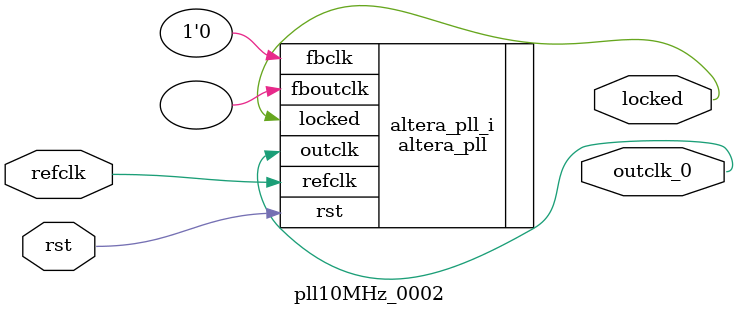
<source format=v>
`timescale 1ns/10ps
module  pll10MHz_0002(

	// interface 'refclk'
	input wire refclk,

	// interface 'reset'
	input wire rst,

	// interface 'outclk0'
	output wire outclk_0,

	// interface 'locked'
	output wire locked
);

	altera_pll #(
		.fractional_vco_multiplier("false"),
		.reference_clock_frequency("50.0 MHz"),
		.operation_mode("direct"),
		.number_of_clocks(1),
		.output_clock_frequency0("10.000000 MHz"),
		.phase_shift0("0 ps"),
		.duty_cycle0(50),
		.output_clock_frequency1("0 MHz"),
		.phase_shift1("0 ps"),
		.duty_cycle1(50),
		.output_clock_frequency2("0 MHz"),
		.phase_shift2("0 ps"),
		.duty_cycle2(50),
		.output_clock_frequency3("0 MHz"),
		.phase_shift3("0 ps"),
		.duty_cycle3(50),
		.output_clock_frequency4("0 MHz"),
		.phase_shift4("0 ps"),
		.duty_cycle4(50),
		.output_clock_frequency5("0 MHz"),
		.phase_shift5("0 ps"),
		.duty_cycle5(50),
		.output_clock_frequency6("0 MHz"),
		.phase_shift6("0 ps"),
		.duty_cycle6(50),
		.output_clock_frequency7("0 MHz"),
		.phase_shift7("0 ps"),
		.duty_cycle7(50),
		.output_clock_frequency8("0 MHz"),
		.phase_shift8("0 ps"),
		.duty_cycle8(50),
		.output_clock_frequency9("0 MHz"),
		.phase_shift9("0 ps"),
		.duty_cycle9(50),
		.output_clock_frequency10("0 MHz"),
		.phase_shift10("0 ps"),
		.duty_cycle10(50),
		.output_clock_frequency11("0 MHz"),
		.phase_shift11("0 ps"),
		.duty_cycle11(50),
		.output_clock_frequency12("0 MHz"),
		.phase_shift12("0 ps"),
		.duty_cycle12(50),
		.output_clock_frequency13("0 MHz"),
		.phase_shift13("0 ps"),
		.duty_cycle13(50),
		.output_clock_frequency14("0 MHz"),
		.phase_shift14("0 ps"),
		.duty_cycle14(50),
		.output_clock_frequency15("0 MHz"),
		.phase_shift15("0 ps"),
		.duty_cycle15(50),
		.output_clock_frequency16("0 MHz"),
		.phase_shift16("0 ps"),
		.duty_cycle16(50),
		.output_clock_frequency17("0 MHz"),
		.phase_shift17("0 ps"),
		.duty_cycle17(50),
		.pll_type("General"),
		.pll_subtype("General")
	) altera_pll_i (
		.rst	(rst),
		.outclk	({outclk_0}),
		.locked	(locked),
		.fboutclk	( ),
		.fbclk	(1'b0),
		.refclk	(refclk)
	);
endmodule


</source>
